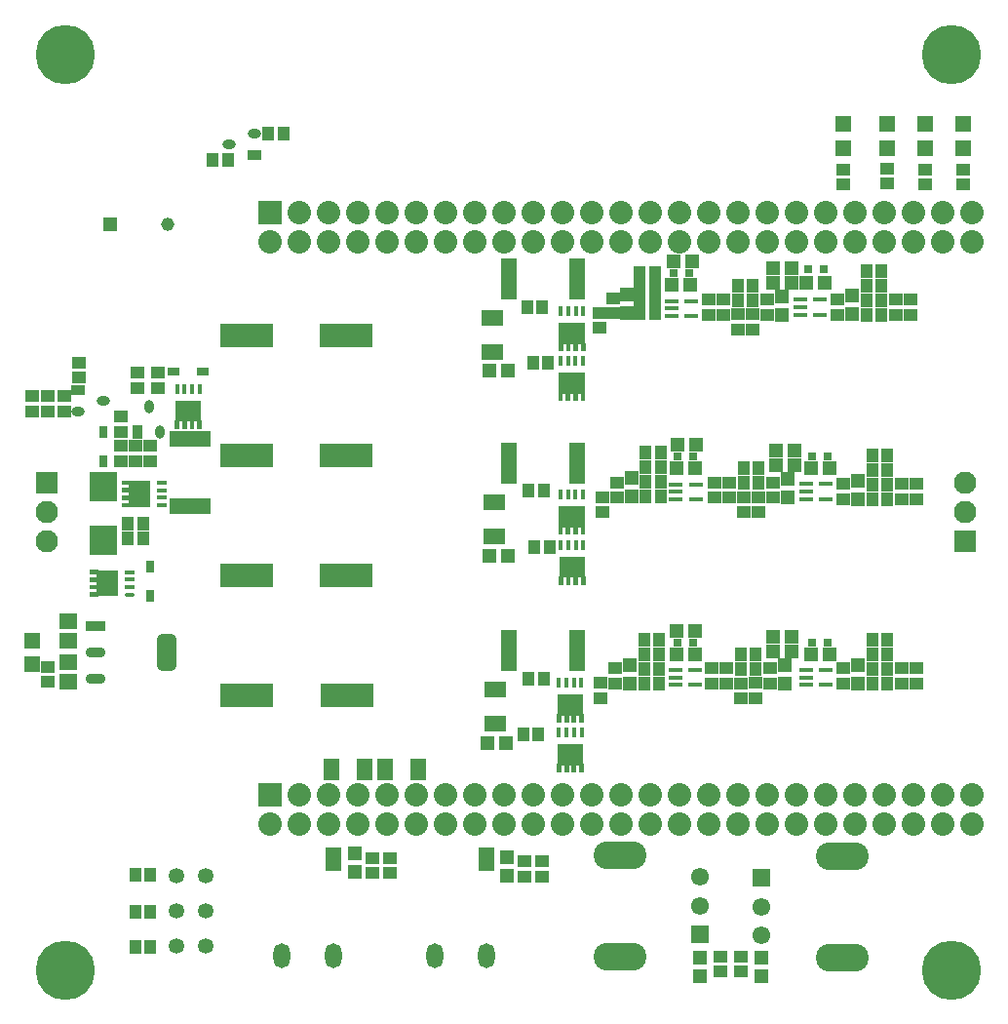
<source format=gbr>
G04*
G04 #@! TF.GenerationSoftware,Altium Limited,Altium Designer,23.6.0 (18)*
G04*
G04 Layer_Color=8388736*
%FSLAX25Y25*%
%MOIN*%
G70*
G04*
G04 #@! TF.SameCoordinates,4C77A988-F8BE-4A75-A6A8-83DB4AFB9164*
G04*
G04*
G04 #@! TF.FilePolarity,Negative*
G04*
G01*
G75*
%ADD24R,0.01575X0.03268*%
%ADD25C,0.06505*%
%ADD26R,0.04528X0.04528*%
%ADD27R,0.07677X0.05709*%
%ADD28R,0.02953X0.04134*%
%ADD29R,0.04528X0.04134*%
%ADD30R,0.04134X0.04528*%
%ADD31R,0.02559X0.02756*%
%ADD32R,0.04765X0.01465*%
G04:AMPARAMS|DCode=33|XSize=47.65mil|YSize=14.65mil|CornerRadius=7.33mil|HoleSize=0mil|Usage=FLASHONLY|Rotation=0.000|XOffset=0mil|YOffset=0mil|HoleType=Round|Shape=RoundedRectangle|*
%AMROUNDEDRECTD33*
21,1,0.04765,0.00000,0,0,0.0*
21,1,0.03300,0.01465,0,0,0.0*
1,1,0.01465,0.01650,0.00000*
1,1,0.01465,-0.01650,0.00000*
1,1,0.01465,-0.01650,0.00000*
1,1,0.01465,0.01650,0.00000*
%
%ADD33ROUNDEDRECTD33*%
%ADD34R,0.04528X0.04528*%
%ADD35R,0.05709X0.13976*%
%ADD36R,0.04528X0.03347*%
%ADD37O,0.04528X0.03347*%
%ADD38R,0.03268X0.01575*%
%ADD39R,0.03347X0.04528*%
%ADD40O,0.03347X0.04528*%
%ADD41R,0.13976X0.05709*%
%ADD42R,0.04134X0.02953*%
%ADD43R,0.05315X0.05315*%
%ADD44O,0.03268X0.01575*%
%ADD45R,0.06496X0.05709*%
G04:AMPARAMS|DCode=46|XSize=69.06mil|YSize=124.89mil|CornerRadius=17.96mil|HoleSize=0mil|Usage=FLASHONLY|Rotation=0.000|XOffset=0mil|YOffset=0mil|HoleType=Round|Shape=RoundedRectangle|*
%AMROUNDEDRECTD46*
21,1,0.06906,0.08897,0,0,0.0*
21,1,0.03315,0.12489,0,0,0.0*
1,1,0.03591,0.01658,-0.04449*
1,1,0.03591,-0.01658,-0.04449*
1,1,0.03591,-0.01658,0.04449*
1,1,0.03591,0.01658,0.04449*
%
%ADD46ROUNDEDRECTD46*%
G04:AMPARAMS|DCode=47|XSize=69.06mil|YSize=35.96mil|CornerRadius=17.98mil|HoleSize=0mil|Usage=FLASHONLY|Rotation=0.000|XOffset=0mil|YOffset=0mil|HoleType=Round|Shape=RoundedRectangle|*
%AMROUNDEDRECTD47*
21,1,0.06906,0.00000,0,0,0.0*
21,1,0.03310,0.03596,0,0,0.0*
1,1,0.03596,0.01655,0.00000*
1,1,0.03596,-0.01655,0.00000*
1,1,0.03596,-0.01655,0.00000*
1,1,0.03596,0.01655,0.00000*
%
%ADD47ROUNDEDRECTD47*%
%ADD48R,0.06906X0.03596*%
%ADD49R,0.17913X0.08071*%
%ADD50R,0.05709X0.08465*%
%ADD51O,0.05709X0.08465*%
%ADD52R,0.05709X0.07677*%
%ADD53R,0.09252X0.10433*%
%ADD54C,0.07677*%
%ADD55R,0.07677X0.07677*%
%ADD56C,0.05315*%
%ADD57R,0.04528X0.04528*%
%ADD58C,0.04528*%
%ADD59C,0.06102*%
%ADD60R,0.06102X0.06102*%
G04:AMPARAMS|DCode=61|XSize=94.49mil|YSize=181.1mil|CornerRadius=47.24mil|HoleSize=0mil|Usage=FLASHONLY|Rotation=270.000|XOffset=0mil|YOffset=0mil|HoleType=Round|Shape=RoundedRectangle|*
%AMROUNDEDRECTD61*
21,1,0.09449,0.08661,0,0,270.0*
21,1,0.00000,0.18110,0,0,270.0*
1,1,0.09449,-0.04331,0.00000*
1,1,0.09449,-0.04331,0.00000*
1,1,0.09449,0.04331,0.00000*
1,1,0.09449,0.04331,0.00000*
%
%ADD61ROUNDEDRECTD61*%
%ADD62C,0.20276*%
%ADD63R,0.08000X0.08000*%
%ADD64C,0.08000*%
G36*
X177643Y214319D02*
X177840D01*
X177840Y211367D01*
X176265Y211367D01*
Y213808D01*
X175281D01*
Y211367D01*
X173706D01*
Y213808D01*
X172722Y213808D01*
X172722Y211367D01*
X171147D01*
Y213808D01*
X170162D01*
Y211367D01*
X168588D01*
Y214319D01*
X168785Y214319D01*
X168785Y221091D01*
X177643D01*
Y214319D01*
D02*
G37*
G36*
X177533Y197467D02*
X177730Y197467D01*
Y194514D01*
X176155Y194514D01*
X176155Y196955D01*
X175171D01*
X175171Y194514D01*
X173597D01*
Y196955D01*
X172612Y196955D01*
X172612Y194514D01*
X171037Y194514D01*
X171037Y196955D01*
X170053D01*
X170053Y194514D01*
X168478D01*
X168478Y197467D01*
X168675Y197467D01*
X168675Y204238D01*
X177533Y204238D01*
X177533Y197467D01*
D02*
G37*
G36*
X46429Y187906D02*
X46626D01*
Y184953D01*
X45051D01*
X45051Y187394D01*
X44067D01*
X44067Y184953D01*
X42492D01*
Y187394D01*
X41508D01*
Y184953D01*
X39933D01*
X39933Y187394D01*
X38949D01*
X38949Y184953D01*
X37374D01*
Y187906D01*
X37571D01*
Y194677D01*
X46429D01*
Y187906D01*
D02*
G37*
G36*
X22232Y167150D02*
X29004D01*
Y158291D01*
X22232D01*
Y158095D01*
X19279D01*
X19279Y159669D01*
X21721Y159669D01*
Y160653D01*
X19279D01*
X19279Y162228D01*
X21721D01*
X21721Y163213D01*
X19279D01*
X19279Y164787D01*
X21721Y164787D01*
Y165772D01*
X19279Y165772D01*
X19279Y167347D01*
X22232D01*
Y167150D01*
D02*
G37*
G36*
X177604Y158536D02*
Y151765D01*
X177801D01*
X177801Y148812D01*
X176226D01*
Y151253D01*
X175242D01*
Y148812D01*
X173667D01*
Y151253D01*
X172683D01*
Y148812D01*
X171108D01*
Y151253D01*
X170124D01*
Y148812D01*
X168549D01*
X168549Y151765D01*
X168746D01*
Y158536D01*
X177604Y158536D01*
D02*
G37*
G36*
X177706Y134587D02*
X177903D01*
Y131634D01*
X176328Y131634D01*
X176328Y134075D01*
X175344D01*
X175344Y131634D01*
X173769Y131634D01*
Y134075D01*
X172785D01*
Y131634D01*
X171210Y131634D01*
X171210Y134075D01*
X170226D01*
X170226Y131634D01*
X168651Y131634D01*
Y134587D01*
X168848D01*
Y141359D01*
X177706D01*
Y134587D01*
D02*
G37*
G36*
X11232Y136591D02*
X18004D01*
Y127732D01*
X11232Y127732D01*
Y127535D01*
X8280D01*
Y129110D01*
X10721D01*
Y130095D01*
X8280D01*
Y131669D01*
X10721D01*
X10721Y132653D01*
X8280D01*
Y134228D01*
X10721D01*
Y135213D01*
X8280D01*
Y136787D01*
X11232D01*
Y136591D01*
D02*
G37*
G36*
X177058Y87476D02*
X177255D01*
Y84523D01*
X175680Y84523D01*
Y86964D01*
X174696D01*
Y84523D01*
X173121D01*
Y86964D01*
X172137D01*
Y84523D01*
X170562D01*
Y86964D01*
X169578D01*
Y84523D01*
X168003Y84523D01*
Y87476D01*
X168200D01*
X168200Y94247D01*
X177058D01*
X177058Y87476D01*
D02*
G37*
G36*
X177060Y70366D02*
X177257D01*
X177257Y67413D01*
X175682Y67413D01*
X175682Y69854D01*
X174698D01*
X174698Y67413D01*
X173123Y67413D01*
Y69854D01*
X172139D01*
X172139Y67413D01*
X170564Y67413D01*
X170564Y69854D01*
X169580D01*
X169580Y67413D01*
X168005Y67413D01*
X168005Y70366D01*
X168202D01*
Y77137D01*
X177060D01*
Y70366D01*
D02*
G37*
D24*
X176470Y81133D02*
D03*
X173911Y81133D02*
D03*
X171352D02*
D03*
X168793Y81133D02*
D03*
X176943Y208234D02*
D03*
X174384D02*
D03*
X171825D02*
D03*
X169266Y208234D02*
D03*
X177052Y225087D02*
D03*
X174493Y225087D02*
D03*
X171934Y225087D02*
D03*
X169375Y225087D02*
D03*
X168790Y98243D02*
D03*
X171349D02*
D03*
X173908D02*
D03*
X176468D02*
D03*
X169438Y145355D02*
D03*
X171997D02*
D03*
X174556D02*
D03*
X177115D02*
D03*
X169336Y162532D02*
D03*
X171895Y162532D02*
D03*
X174454D02*
D03*
X177013Y162532D02*
D03*
X38161Y198673D02*
D03*
X40720Y198673D02*
D03*
X43279D02*
D03*
X45839Y198673D02*
D03*
D25*
X173354Y73523D02*
D03*
X173827Y200624D02*
D03*
X173936Y217477D02*
D03*
X173352Y90633D02*
D03*
X174000Y137745D02*
D03*
X173898Y154922D02*
D03*
X25390Y161998D02*
D03*
X14390Y131439D02*
D03*
X42723Y191063D02*
D03*
D26*
X144202Y77633D02*
D03*
X150501D02*
D03*
X254850Y108000D02*
D03*
X261150D02*
D03*
X241850Y114000D02*
D03*
X248150D02*
D03*
X215150Y116000D02*
D03*
X208850D02*
D03*
X208850Y108000D02*
D03*
X215150D02*
D03*
X242850Y172500D02*
D03*
X249150D02*
D03*
X209350Y179500D02*
D03*
X215650D02*
D03*
X215150Y171500D02*
D03*
X208850D02*
D03*
X254850D02*
D03*
X261150D02*
D03*
X242850Y177500D02*
D03*
X249150D02*
D03*
X213674Y234087D02*
D03*
X207375D02*
D03*
X151375Y205012D02*
D03*
X145076Y205012D02*
D03*
X248150Y235000D02*
D03*
X241850D02*
D03*
X259650D02*
D03*
X253350D02*
D03*
X248150Y240000D02*
D03*
X241850D02*
D03*
X207875Y242087D02*
D03*
X214174D02*
D03*
X151174Y141587D02*
D03*
X144875D02*
D03*
X248150Y109000D02*
D03*
X241850D02*
D03*
D27*
X147031Y84291D02*
D03*
X147031Y95709D02*
D03*
X146031Y222709D02*
D03*
X146031Y211291D02*
D03*
X146531Y159709D02*
D03*
X146531Y148291D02*
D03*
D28*
X13000Y173764D02*
D03*
Y184000D02*
D03*
X29000Y127764D02*
D03*
Y138000D02*
D03*
D29*
X291000Y97941D02*
D03*
Y103059D02*
D03*
X286000Y103118D02*
D03*
Y98000D02*
D03*
X188500Y166559D02*
D03*
X188500Y161441D02*
D03*
X222000Y161441D02*
D03*
Y166559D02*
D03*
X227000Y166559D02*
D03*
Y161441D02*
D03*
X242000Y166618D02*
D03*
Y161500D02*
D03*
X183500Y156441D02*
D03*
Y161559D02*
D03*
X232000Y156441D02*
D03*
Y161559D02*
D03*
X237000Y156441D02*
D03*
Y161559D02*
D03*
X286000Y166059D02*
D03*
Y160941D02*
D03*
X291000Y160941D02*
D03*
Y166059D02*
D03*
X266000Y166118D02*
D03*
Y161000D02*
D03*
X187189Y224530D02*
D03*
Y229648D02*
D03*
X225000Y229059D02*
D03*
Y223941D02*
D03*
X220000Y229059D02*
D03*
X220000Y223941D02*
D03*
X264000Y229059D02*
D03*
Y223941D02*
D03*
X240000Y229059D02*
D03*
Y223941D02*
D03*
X284000Y223941D02*
D03*
Y229059D02*
D03*
X289000Y229059D02*
D03*
Y223941D02*
D03*
X235000Y224059D02*
D03*
Y218941D02*
D03*
X230000Y224059D02*
D03*
Y218941D02*
D03*
X182525Y219528D02*
D03*
Y224646D02*
D03*
X31500Y204059D02*
D03*
Y198941D02*
D03*
X24500Y198941D02*
D03*
Y204059D02*
D03*
X29000Y179059D02*
D03*
X29000Y173941D02*
D03*
X266000Y103059D02*
D03*
Y97941D02*
D03*
X183000Y98059D02*
D03*
Y92941D02*
D03*
X188000Y103059D02*
D03*
Y97941D02*
D03*
X221000Y103059D02*
D03*
Y97941D02*
D03*
X226000Y97941D02*
D03*
Y103059D02*
D03*
X236000Y98059D02*
D03*
Y92941D02*
D03*
X231000Y98000D02*
D03*
Y92882D02*
D03*
X241000Y97941D02*
D03*
Y103059D02*
D03*
X-11500Y196118D02*
D03*
X-11500Y191000D02*
D03*
X-500Y191000D02*
D03*
Y196118D02*
D03*
X-6000Y191000D02*
D03*
X-6000Y196118D02*
D03*
X-5968Y98441D02*
D03*
Y103559D02*
D03*
X157000Y37118D02*
D03*
Y32000D02*
D03*
X163000Y37118D02*
D03*
Y32000D02*
D03*
X231000Y4559D02*
D03*
Y-559D02*
D03*
X111000Y38232D02*
D03*
Y33114D02*
D03*
X105000Y38232D02*
D03*
Y33114D02*
D03*
X294000Y273559D02*
D03*
X294000Y268441D02*
D03*
X281000Y274000D02*
D03*
Y268882D02*
D03*
X266000Y273559D02*
D03*
Y268441D02*
D03*
X307000Y273559D02*
D03*
Y268441D02*
D03*
X224000Y4559D02*
D03*
Y-559D02*
D03*
X19000Y183941D02*
D03*
Y189059D02*
D03*
X4500Y207559D02*
D03*
X4500Y202441D02*
D03*
X24000Y179059D02*
D03*
Y173941D02*
D03*
X19000Y174000D02*
D03*
Y179118D02*
D03*
D30*
X276000Y113000D02*
D03*
X281118D02*
D03*
X203059D02*
D03*
X197941D02*
D03*
X197941Y103000D02*
D03*
X203059Y103000D02*
D03*
X198441Y177000D02*
D03*
X203559D02*
D03*
X231941Y171500D02*
D03*
X237059D02*
D03*
X237059Y166500D02*
D03*
X231941D02*
D03*
X203559Y162000D02*
D03*
X198441D02*
D03*
Y167000D02*
D03*
X203559D02*
D03*
X198441Y172000D02*
D03*
X203559D02*
D03*
X275941Y166000D02*
D03*
X281059D02*
D03*
X275941Y161000D02*
D03*
X281059D02*
D03*
X281118Y171000D02*
D03*
X276000D02*
D03*
X281059Y176000D02*
D03*
X275941D02*
D03*
X157941Y226606D02*
D03*
X163059D02*
D03*
X201584Y233587D02*
D03*
X196466Y233587D02*
D03*
X201584Y238087D02*
D03*
X196466D02*
D03*
X196466Y229087D02*
D03*
X201584D02*
D03*
X159941Y207500D02*
D03*
X165059D02*
D03*
X235118Y234000D02*
D03*
X230000D02*
D03*
X273941Y229000D02*
D03*
X279059D02*
D03*
X279059Y234000D02*
D03*
X273941D02*
D03*
X279000Y239000D02*
D03*
X273882D02*
D03*
X229941Y229000D02*
D03*
X235059D02*
D03*
X273941Y224000D02*
D03*
X279059D02*
D03*
X196466Y224587D02*
D03*
X201584D02*
D03*
X163559Y99500D02*
D03*
X158441D02*
D03*
X156643Y80633D02*
D03*
X161761D02*
D03*
X160441Y144500D02*
D03*
X165559D02*
D03*
X158441Y164000D02*
D03*
X163559D02*
D03*
X29059Y8000D02*
D03*
X23941D02*
D03*
X29059Y32500D02*
D03*
X23941D02*
D03*
X29059Y20000D02*
D03*
X23941D02*
D03*
X275941Y103000D02*
D03*
X281059D02*
D03*
X281059Y108000D02*
D03*
X275941D02*
D03*
X275941Y98000D02*
D03*
X281059D02*
D03*
X203059D02*
D03*
X197941D02*
D03*
X197941Y108000D02*
D03*
X203059D02*
D03*
X236059D02*
D03*
X230941D02*
D03*
X230941Y103000D02*
D03*
X236059D02*
D03*
X69441Y286000D02*
D03*
X74559D02*
D03*
X55559Y277000D02*
D03*
X50441D02*
D03*
X21441Y152500D02*
D03*
X26559D02*
D03*
Y147500D02*
D03*
X21441D02*
D03*
D31*
X260658Y112000D02*
D03*
X255343D02*
D03*
X214657D02*
D03*
X209343D02*
D03*
Y175500D02*
D03*
X214657D02*
D03*
X260658D02*
D03*
X255343D02*
D03*
X207867Y238087D02*
D03*
X213182D02*
D03*
X259157Y239500D02*
D03*
X253842D02*
D03*
D32*
X253150Y102559D02*
D03*
X208800Y166000D02*
D03*
X253150Y166059D02*
D03*
X207175Y228646D02*
D03*
X251150Y229059D02*
D03*
X208650Y102559D02*
D03*
D33*
X253150Y100000D02*
D03*
Y97441D02*
D03*
X259850D02*
D03*
Y102559D02*
D03*
X208800Y163441D02*
D03*
Y160882D02*
D03*
X215500Y160882D02*
D03*
X215500Y166000D02*
D03*
X253150Y163500D02*
D03*
Y160941D02*
D03*
X259850D02*
D03*
Y166059D02*
D03*
X207175Y226087D02*
D03*
X207175Y223528D02*
D03*
X213875Y223528D02*
D03*
X213875Y228646D02*
D03*
X251150Y226500D02*
D03*
Y223941D02*
D03*
X257850Y223941D02*
D03*
X257850Y229059D02*
D03*
X215350Y102559D02*
D03*
Y97441D02*
D03*
X208650Y97441D02*
D03*
X208650Y100000D02*
D03*
D34*
X246000Y97850D02*
D03*
Y104150D02*
D03*
X193500Y161736D02*
D03*
X193500Y168035D02*
D03*
X247000Y167799D02*
D03*
Y161500D02*
D03*
X271000Y167150D02*
D03*
Y160850D02*
D03*
X192025Y230985D02*
D03*
X192025Y224686D02*
D03*
X269000Y230535D02*
D03*
Y224236D02*
D03*
X245000Y230299D02*
D03*
Y224000D02*
D03*
X271000Y104150D02*
D03*
Y97850D02*
D03*
X193000Y97850D02*
D03*
Y104150D02*
D03*
X151000Y32295D02*
D03*
Y38594D02*
D03*
X99000Y33409D02*
D03*
Y39709D02*
D03*
X238000Y-2150D02*
D03*
Y4150D02*
D03*
X217000Y-2150D02*
D03*
X217000Y4150D02*
D03*
D35*
X175025Y236087D02*
D03*
X151796Y236087D02*
D03*
X151738Y109133D02*
D03*
X174966D02*
D03*
X174966Y173087D02*
D03*
X151737D02*
D03*
D36*
X4339Y198240D02*
D03*
X64500Y278500D02*
D03*
D37*
X4339Y190760D02*
D03*
X13000Y194500D02*
D03*
X64500Y285980D02*
D03*
X55839Y282240D02*
D03*
D38*
X33000Y158882D02*
D03*
X33000Y161441D02*
D03*
Y164000D02*
D03*
Y166559D02*
D03*
X22000Y136000D02*
D03*
X22000Y133441D02*
D03*
X22000Y130882D02*
D03*
D39*
X24760Y183839D02*
D03*
D40*
X32240Y183839D02*
D03*
X28500Y192500D02*
D03*
D41*
X42500Y158386D02*
D03*
X42500Y181614D02*
D03*
D42*
X47118Y204500D02*
D03*
X36882D02*
D03*
D43*
X-11500Y104366D02*
D03*
Y112634D02*
D03*
X266000Y280866D02*
D03*
Y289134D02*
D03*
X281000Y280866D02*
D03*
X281000Y289134D02*
D03*
X294000Y280866D02*
D03*
Y289134D02*
D03*
X307000Y280866D02*
D03*
Y289134D02*
D03*
D44*
X22000Y128323D02*
D03*
D45*
X969Y119346D02*
D03*
Y112654D02*
D03*
Y98654D02*
D03*
Y105347D02*
D03*
D46*
X34772Y108500D02*
D03*
D47*
X10165Y99445D02*
D03*
Y108500D02*
D03*
D48*
Y117555D02*
D03*
D49*
X96126Y135000D02*
D03*
X61874Y135000D02*
D03*
X96126Y176000D02*
D03*
X61874Y176000D02*
D03*
X96252Y94000D02*
D03*
X62000Y94000D02*
D03*
X96126Y217000D02*
D03*
X61874D02*
D03*
D50*
X144000Y37787D02*
D03*
X91716Y38000D02*
D03*
D51*
X144000Y4717D02*
D03*
X126284Y4716D02*
D03*
X91716Y4929D02*
D03*
X74000D02*
D03*
D52*
X102459Y68500D02*
D03*
X91041Y68500D02*
D03*
X109250Y68532D02*
D03*
X120667Y68532D02*
D03*
D53*
X13000Y165252D02*
D03*
Y146748D02*
D03*
D54*
X307500Y166500D02*
D03*
Y156500D02*
D03*
X-6500Y146500D02*
D03*
Y156500D02*
D03*
D55*
X307500Y146500D02*
D03*
X-6500Y166500D02*
D03*
D56*
X38000Y8102D02*
D03*
X48000D02*
D03*
X38000Y32102D02*
D03*
X48000D02*
D03*
X38000Y20102D02*
D03*
X48000Y20102D02*
D03*
D57*
X15157Y255000D02*
D03*
D58*
X34843D02*
D03*
D59*
X237941Y11835D02*
D03*
Y21677D02*
D03*
X217059Y31842D02*
D03*
Y22000D02*
D03*
D60*
X237941Y31520D02*
D03*
X217059Y12157D02*
D03*
D61*
X265500Y4354D02*
D03*
Y39000D02*
D03*
X189500Y39323D02*
D03*
Y4677D02*
D03*
D62*
X303000Y0D02*
D03*
X0D02*
D03*
X303000Y313000D02*
D03*
X0D02*
D03*
D63*
X70000Y60000D02*
D03*
Y258968D02*
D03*
D64*
X70000Y50000D02*
D03*
X80000Y60000D02*
D03*
X80000Y50000D02*
D03*
X90000Y60000D02*
D03*
Y50000D02*
D03*
X100000Y60000D02*
D03*
Y50000D02*
D03*
X110000Y60000D02*
D03*
X110000Y50000D02*
D03*
X120000Y60000D02*
D03*
Y50000D02*
D03*
X130000Y60000D02*
D03*
X130000Y50000D02*
D03*
X140000Y60000D02*
D03*
X140000Y50000D02*
D03*
X150000Y60000D02*
D03*
Y50000D02*
D03*
X160000Y60000D02*
D03*
X160000Y50000D02*
D03*
X170000Y60000D02*
D03*
X170000Y50000D02*
D03*
X180000Y60000D02*
D03*
Y50000D02*
D03*
X190000Y60000D02*
D03*
Y50000D02*
D03*
X200000Y60000D02*
D03*
Y50000D02*
D03*
X210000Y60000D02*
D03*
X210000Y50000D02*
D03*
X220000Y60000D02*
D03*
X220000Y50000D02*
D03*
X230000Y60000D02*
D03*
Y50000D02*
D03*
X240000Y60000D02*
D03*
Y50000D02*
D03*
X250000Y60000D02*
D03*
X250000Y50000D02*
D03*
X260000Y60000D02*
D03*
X260000Y50000D02*
D03*
X270000Y60000D02*
D03*
Y50000D02*
D03*
X280000Y60000D02*
D03*
X280000Y50000D02*
D03*
X290000Y60000D02*
D03*
Y50000D02*
D03*
X300000Y60000D02*
D03*
X300000Y50000D02*
D03*
X310000Y60000D02*
D03*
X310000Y50000D02*
D03*
X210000Y258968D02*
D03*
X190000Y248969D02*
D03*
X200000D02*
D03*
X240000Y258968D02*
D03*
X230000Y248969D02*
D03*
X210000D02*
D03*
X180000Y258968D02*
D03*
X240000Y248969D02*
D03*
X220000D02*
D03*
X250000D02*
D03*
X270000D02*
D03*
X280000Y258968D02*
D03*
X280000Y248969D02*
D03*
X290000Y258968D02*
D03*
X290000Y248969D02*
D03*
X300000Y258968D02*
D03*
Y248969D02*
D03*
X310000D02*
D03*
X260000Y258968D02*
D03*
X250000Y258968D02*
D03*
X260000Y248969D02*
D03*
X270000Y258968D02*
D03*
X310000D02*
D03*
X170000D02*
D03*
X230000D02*
D03*
X220000D02*
D03*
X200000Y258968D02*
D03*
X190000D02*
D03*
X180000Y248969D02*
D03*
X170000D02*
D03*
X150000Y258968D02*
D03*
X160000Y248969D02*
D03*
X140000D02*
D03*
X160000Y258968D02*
D03*
X150000Y248969D02*
D03*
X140000Y258968D02*
D03*
X130000Y258968D02*
D03*
X80000D02*
D03*
X90000D02*
D03*
X90000Y248969D02*
D03*
X100000Y258968D02*
D03*
X110000D02*
D03*
Y248969D02*
D03*
X120000D02*
D03*
X100000D02*
D03*
X130000D02*
D03*
X80000D02*
D03*
X70000D02*
D03*
X120000Y258968D02*
D03*
M02*

</source>
